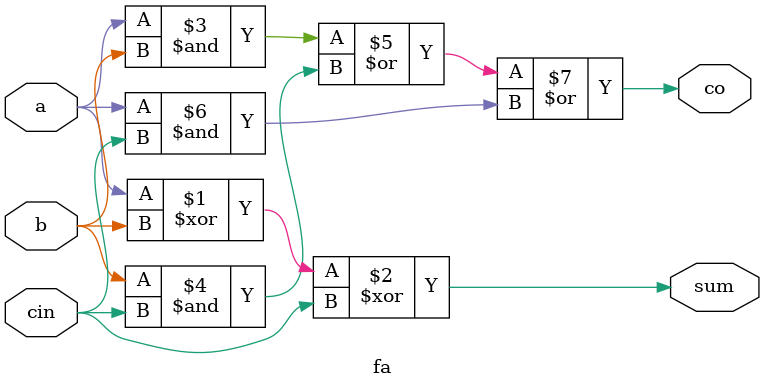
<source format=v>
module fa(a,b,cin,sum,co);

input a,b,cin;
output sum,co;

assign sum=a^b^cin;
assign co=(a&b)|(b&cin)|(a&cin);

endmodule
</source>
